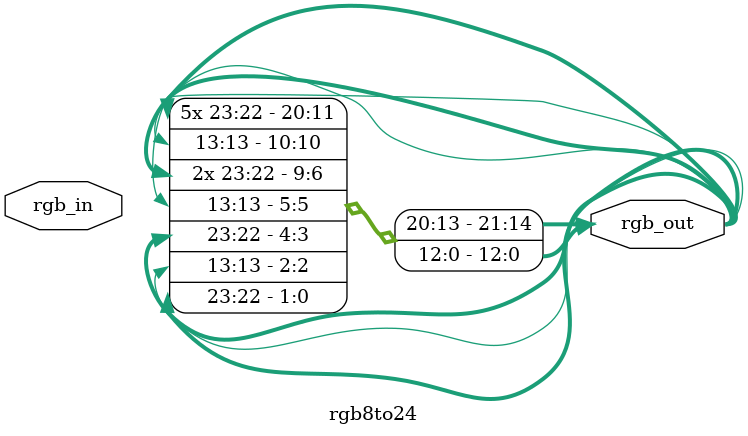
<source format=v>
module rgb8to24 (
    input wire[7:0]rgb_in,
    output wire[23:0]rgb_out
);

assign rgb_out = {
            {4{rgb_out[1:0]}}, //B
            rgb_out[4:2], rgb_out[4:2], rgb_out[4:3], //G
            rgb_out[7:5], rgb_out[7:5], rgb_out[7:6]  //R
        };

endmodule
</source>
